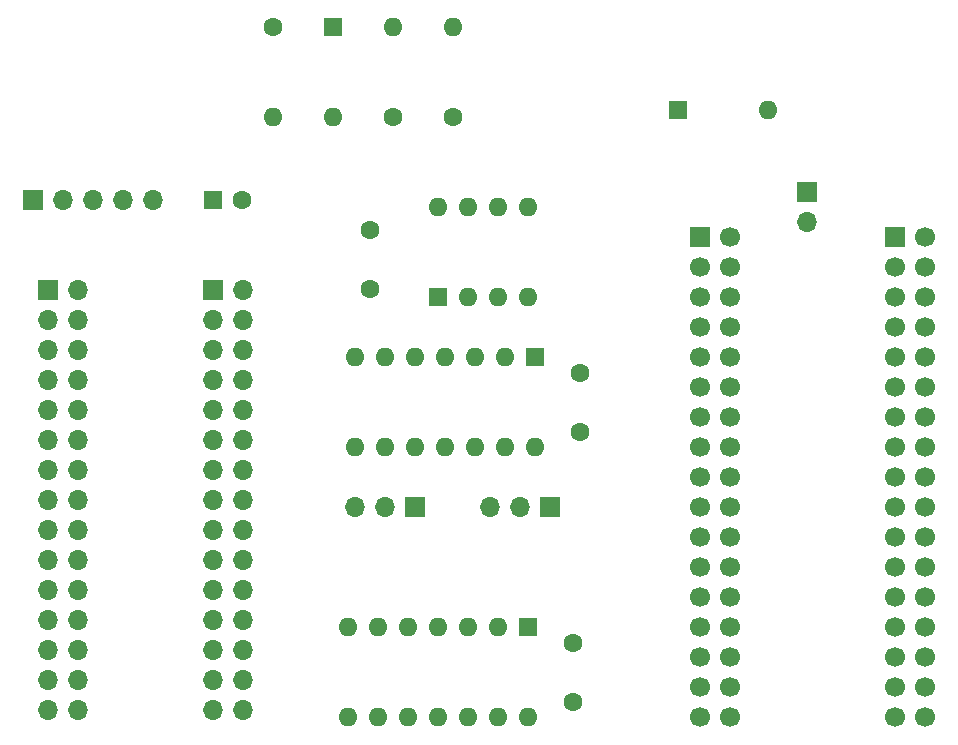
<source format=gbs>
G04 #@! TF.GenerationSoftware,KiCad,Pcbnew,(5.1.9)-1*
G04 #@! TF.CreationDate,2021-12-30T22:55:07+09:00*
G04 #@! TF.ProjectId,FDSPlus_BX3,46445350-6c75-4735-9f42-58332e6b6963,rev?*
G04 #@! TF.SameCoordinates,Original*
G04 #@! TF.FileFunction,Soldermask,Bot*
G04 #@! TF.FilePolarity,Negative*
%FSLAX46Y46*%
G04 Gerber Fmt 4.6, Leading zero omitted, Abs format (unit mm)*
G04 Created by KiCad (PCBNEW (5.1.9)-1) date 2021-12-30 22:55:07*
%MOMM*%
%LPD*%
G01*
G04 APERTURE LIST*
%ADD10C,1.600000*%
%ADD11R,1.600000X1.600000*%
%ADD12O,1.700000X1.700000*%
%ADD13R,1.700000X1.700000*%
%ADD14C,1.700000*%
%ADD15O,1.600000X1.600000*%
G04 APERTURE END LIST*
D10*
G04 #@! TO.C,C1*
X114895000Y-90805000D03*
D11*
X112395000Y-90805000D03*
G04 #@! TD*
D10*
G04 #@! TO.C,C2*
X142875000Y-128350000D03*
X142875000Y-133350000D03*
G04 #@! TD*
G04 #@! TO.C,C3*
X143510000Y-110490000D03*
X143510000Y-105490000D03*
G04 #@! TD*
G04 #@! TO.C,C4*
X125730000Y-98345000D03*
X125730000Y-93345000D03*
G04 #@! TD*
D12*
G04 #@! TO.C,J1*
X100965000Y-133985000D03*
X98425000Y-133985000D03*
X100965000Y-131445000D03*
X98425000Y-131445000D03*
X100965000Y-128905000D03*
X98425000Y-128905000D03*
X100965000Y-126365000D03*
X98425000Y-126365000D03*
X100965000Y-123825000D03*
X98425000Y-123825000D03*
X100965000Y-121285000D03*
X98425000Y-121285000D03*
X100965000Y-118745000D03*
X98425000Y-118745000D03*
X100965000Y-116205000D03*
X98425000Y-116205000D03*
X100965000Y-113665000D03*
X98425000Y-113665000D03*
X100965000Y-111125000D03*
X98425000Y-111125000D03*
X100965000Y-108585000D03*
X98425000Y-108585000D03*
X100965000Y-106045000D03*
X98425000Y-106045000D03*
X100965000Y-103505000D03*
X98425000Y-103505000D03*
X100965000Y-100965000D03*
X98425000Y-100965000D03*
X100965000Y-98425000D03*
D13*
X98425000Y-98425000D03*
G04 #@! TD*
D14*
G04 #@! TO.C,J3*
X156210000Y-134620000D03*
X153670000Y-134620000D03*
X156210000Y-132080000D03*
X153670000Y-132080000D03*
X156210000Y-129540000D03*
X153670000Y-129540000D03*
X156210000Y-127000000D03*
X153670000Y-127000000D03*
X156210000Y-124460000D03*
X153670000Y-124460000D03*
X156210000Y-121920000D03*
X153670000Y-121920000D03*
X156210000Y-119380000D03*
X153670000Y-119380000D03*
X156210000Y-116840000D03*
X153670000Y-116840000D03*
X156210000Y-114300000D03*
X153670000Y-114300000D03*
X156210000Y-111760000D03*
X153670000Y-111760000D03*
X156210000Y-109220000D03*
X153670000Y-109220000D03*
X156210000Y-106680000D03*
X153670000Y-106680000D03*
X156210000Y-104140000D03*
X153670000Y-104140000D03*
X156210000Y-101600000D03*
X153670000Y-101600000D03*
X156210000Y-99060000D03*
X153670000Y-99060000D03*
X156210000Y-96520000D03*
X153670000Y-96520000D03*
X156210000Y-93980000D03*
D13*
X153670000Y-93980000D03*
G04 #@! TD*
G04 #@! TO.C,J4*
X170180000Y-93980000D03*
D14*
X172720000Y-93980000D03*
X170180000Y-96520000D03*
X172720000Y-96520000D03*
X170180000Y-99060000D03*
X172720000Y-99060000D03*
X170180000Y-101600000D03*
X172720000Y-101600000D03*
X170180000Y-104140000D03*
X172720000Y-104140000D03*
X170180000Y-106680000D03*
X172720000Y-106680000D03*
X170180000Y-109220000D03*
X172720000Y-109220000D03*
X170180000Y-111760000D03*
X172720000Y-111760000D03*
X170180000Y-114300000D03*
X172720000Y-114300000D03*
X170180000Y-116840000D03*
X172720000Y-116840000D03*
X170180000Y-119380000D03*
X172720000Y-119380000D03*
X170180000Y-121920000D03*
X172720000Y-121920000D03*
X170180000Y-124460000D03*
X172720000Y-124460000D03*
X170180000Y-127000000D03*
X172720000Y-127000000D03*
X170180000Y-129540000D03*
X172720000Y-129540000D03*
X170180000Y-132080000D03*
X172720000Y-132080000D03*
X170180000Y-134620000D03*
X172720000Y-134620000D03*
G04 #@! TD*
D12*
G04 #@! TO.C,JP2*
X135890000Y-116840000D03*
X138430000Y-116840000D03*
D13*
X140970000Y-116840000D03*
G04 #@! TD*
G04 #@! TO.C,JP3*
X129540000Y-116840000D03*
D12*
X127000000Y-116840000D03*
X124460000Y-116840000D03*
G04 #@! TD*
D11*
G04 #@! TO.C,U2*
X139065000Y-127000000D03*
D15*
X123825000Y-134620000D03*
X136525000Y-127000000D03*
X126365000Y-134620000D03*
X133985000Y-127000000D03*
X128905000Y-134620000D03*
X131445000Y-127000000D03*
X131445000Y-134620000D03*
X128905000Y-127000000D03*
X133985000Y-134620000D03*
X126365000Y-127000000D03*
X136525000Y-134620000D03*
X123825000Y-127000000D03*
X139065000Y-134620000D03*
G04 #@! TD*
G04 #@! TO.C,U3*
X131445000Y-91440000D03*
X139065000Y-99060000D03*
X133985000Y-91440000D03*
X136525000Y-99060000D03*
X136525000Y-91440000D03*
X133985000Y-99060000D03*
X139065000Y-91440000D03*
D11*
X131445000Y-99060000D03*
G04 #@! TD*
D15*
G04 #@! TO.C,U1*
X139700000Y-111760000D03*
X124460000Y-104140000D03*
X137160000Y-111760000D03*
X127000000Y-104140000D03*
X134620000Y-111760000D03*
X129540000Y-104140000D03*
X132080000Y-111760000D03*
X132080000Y-104140000D03*
X129540000Y-111760000D03*
X134620000Y-104140000D03*
X127000000Y-111760000D03*
X137160000Y-104140000D03*
X124460000Y-111760000D03*
D11*
X139700000Y-104140000D03*
G04 #@! TD*
D15*
G04 #@! TO.C,R1*
X127635000Y-76200000D03*
D10*
X127635000Y-83820000D03*
G04 #@! TD*
G04 #@! TO.C,R2*
X117475000Y-76200000D03*
D15*
X117475000Y-83820000D03*
G04 #@! TD*
D11*
G04 #@! TO.C,D5*
X122555000Y-76200000D03*
D15*
X122555000Y-83820000D03*
G04 #@! TD*
G04 #@! TO.C,D6*
X159385000Y-83185000D03*
D11*
X151765000Y-83185000D03*
G04 #@! TD*
D12*
G04 #@! TO.C,J2*
X114935000Y-133985000D03*
X112395000Y-133985000D03*
X114935000Y-131445000D03*
X112395000Y-131445000D03*
X114935000Y-128905000D03*
X112395000Y-128905000D03*
X114935000Y-126365000D03*
X112395000Y-126365000D03*
X114935000Y-123825000D03*
X112395000Y-123825000D03*
X114935000Y-121285000D03*
X112395000Y-121285000D03*
X114935000Y-118745000D03*
X112395000Y-118745000D03*
X114935000Y-116205000D03*
X112395000Y-116205000D03*
X114935000Y-113665000D03*
X112395000Y-113665000D03*
X114935000Y-111125000D03*
X112395000Y-111125000D03*
X114935000Y-108585000D03*
X112395000Y-108585000D03*
X114935000Y-106045000D03*
X112395000Y-106045000D03*
X114935000Y-103505000D03*
X112395000Y-103505000D03*
X114935000Y-100965000D03*
X112395000Y-100965000D03*
X114935000Y-98425000D03*
D13*
X112395000Y-98425000D03*
G04 #@! TD*
D12*
G04 #@! TO.C,JP7*
X162740000Y-92710000D03*
D13*
X162740000Y-90170000D03*
G04 #@! TD*
D12*
G04 #@! TO.C,J5*
X107315000Y-90805000D03*
X104775000Y-90805000D03*
X102235000Y-90805000D03*
X99695000Y-90805000D03*
D13*
X97155000Y-90805000D03*
G04 #@! TD*
D15*
G04 #@! TO.C,R3*
X132715000Y-76200000D03*
D10*
X132715000Y-83820000D03*
G04 #@! TD*
M02*

</source>
